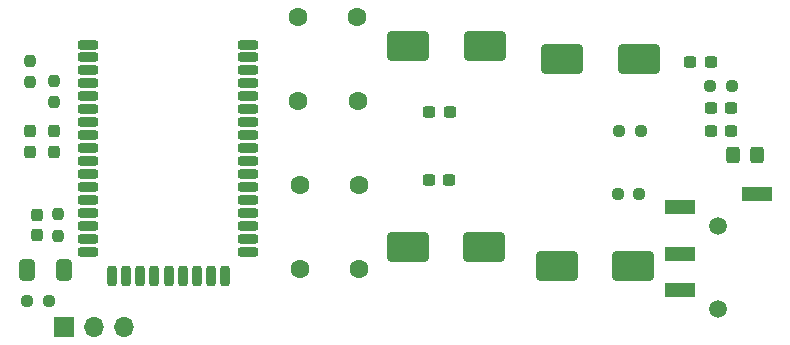
<source format=gts>
G04 #@! TF.GenerationSoftware,KiCad,Pcbnew,6.99.0-unknown-455e330f3b~148~ubuntu20.04.1*
G04 #@! TF.CreationDate,2022-04-23T09:38:12+05:30*
G04 #@! TF.ProjectId,aptx_headset,61707478-5f68-4656-9164-7365742e6b69,rev?*
G04 #@! TF.SameCoordinates,Original*
G04 #@! TF.FileFunction,Soldermask,Top*
G04 #@! TF.FilePolarity,Negative*
%FSLAX46Y46*%
G04 Gerber Fmt 4.6, Leading zero omitted, Abs format (unit mm)*
G04 Created by KiCad (PCBNEW 6.99.0-unknown-455e330f3b~148~ubuntu20.04.1) date 2022-04-23 09:38:12*
%MOMM*%
%LPD*%
G01*
G04 APERTURE LIST*
G04 Aperture macros list*
%AMRoundRect*
0 Rectangle with rounded corners*
0 $1 Rounding radius*
0 $2 $3 $4 $5 $6 $7 $8 $9 X,Y pos of 4 corners*
0 Add a 4 corners polygon primitive as box body*
4,1,4,$2,$3,$4,$5,$6,$7,$8,$9,$2,$3,0*
0 Add four circle primitives for the rounded corners*
1,1,$1+$1,$2,$3*
1,1,$1+$1,$4,$5*
1,1,$1+$1,$6,$7*
1,1,$1+$1,$8,$9*
0 Add four rect primitives between the rounded corners*
20,1,$1+$1,$2,$3,$4,$5,0*
20,1,$1+$1,$4,$5,$6,$7,0*
20,1,$1+$1,$6,$7,$8,$9,0*
20,1,$1+$1,$8,$9,$2,$3,0*%
G04 Aperture macros list end*
%ADD10C,1.500000*%
%ADD11R,2.500000X1.200000*%
%ADD12RoundRect,0.237500X-0.300000X-0.237500X0.300000X-0.237500X0.300000X0.237500X-0.300000X0.237500X0*%
%ADD13RoundRect,0.250000X-0.325000X-0.450000X0.325000X-0.450000X0.325000X0.450000X-0.325000X0.450000X0*%
%ADD14RoundRect,0.250000X-1.500000X-1.000000X1.500000X-1.000000X1.500000X1.000000X-1.500000X1.000000X0*%
%ADD15RoundRect,0.237500X0.237500X-0.250000X0.237500X0.250000X-0.237500X0.250000X-0.237500X-0.250000X0*%
%ADD16RoundRect,0.237500X-0.237500X0.287500X-0.237500X-0.287500X0.237500X-0.287500X0.237500X0.287500X0*%
%ADD17C,1.600000*%
%ADD18RoundRect,0.200000X-0.650000X-0.200000X0.650000X-0.200000X0.650000X0.200000X-0.650000X0.200000X0*%
%ADD19RoundRect,0.200000X0.200000X-0.650000X0.200000X0.650000X-0.200000X0.650000X-0.200000X-0.650000X0*%
%ADD20RoundRect,0.200000X0.650000X0.200000X-0.650000X0.200000X-0.650000X-0.200000X0.650000X-0.200000X0*%
%ADD21RoundRect,0.237500X-0.250000X-0.237500X0.250000X-0.237500X0.250000X0.237500X-0.250000X0.237500X0*%
%ADD22RoundRect,0.237500X0.237500X-0.300000X0.237500X0.300000X-0.237500X0.300000X-0.237500X-0.300000X0*%
%ADD23RoundRect,0.237500X0.300000X0.237500X-0.300000X0.237500X-0.300000X-0.237500X0.300000X-0.237500X0*%
%ADD24RoundRect,0.237500X-0.237500X0.250000X-0.237500X-0.250000X0.237500X-0.250000X0.237500X0.250000X0*%
%ADD25RoundRect,0.250000X-0.412500X-0.650000X0.412500X-0.650000X0.412500X0.650000X-0.412500X0.650000X0*%
%ADD26R,1.700000X1.700000*%
%ADD27O,1.700000X1.700000*%
%ADD28RoundRect,0.237500X0.250000X0.237500X-0.250000X0.237500X-0.250000X-0.237500X0.250000X-0.237500X0*%
G04 APERTURE END LIST*
D10*
X145900000Y-97375000D03*
X145900000Y-90375000D03*
D11*
X142649999Y-92774999D03*
X142649999Y-95774999D03*
X149149999Y-87674999D03*
X142649999Y-88774999D03*
D12*
X121387500Y-86500000D03*
X123112500Y-86500000D03*
D13*
X147125000Y-84400000D03*
X149175000Y-84400000D03*
D14*
X132692500Y-76200000D03*
X139192500Y-76200000D03*
D15*
X89650000Y-79912500D03*
X89650000Y-78087500D03*
D16*
X87600000Y-82325000D03*
X87600000Y-84075000D03*
D12*
X121437500Y-80700000D03*
X123162500Y-80700000D03*
D17*
X110300000Y-72700000D03*
X115300000Y-72700000D03*
D14*
X119650000Y-75150000D03*
X126150000Y-75150000D03*
X132200000Y-93800000D03*
X138700000Y-93800000D03*
D15*
X87600000Y-78212500D03*
X87600000Y-76387500D03*
D18*
X92550000Y-75005000D03*
X92550000Y-76105000D03*
X92550000Y-77205000D03*
X92550000Y-78305000D03*
X92550000Y-79405000D03*
X92550000Y-80505000D03*
X92550000Y-81605000D03*
X92550000Y-82705000D03*
X92550000Y-83805000D03*
X92550000Y-84905000D03*
X92550000Y-86005000D03*
X92550000Y-87105000D03*
X92550000Y-88205000D03*
X92550000Y-89305000D03*
X92550000Y-90405000D03*
X92550000Y-91505000D03*
X92550000Y-92605000D03*
D19*
X94550000Y-94605000D03*
X95750000Y-94605000D03*
X96950000Y-94605000D03*
X98150000Y-94605000D03*
X99350000Y-94605000D03*
X100550000Y-94605000D03*
X101750000Y-94605000D03*
X102950000Y-94605000D03*
X104150000Y-94605000D03*
D20*
X106050000Y-92605000D03*
X106050000Y-91505000D03*
X106050000Y-90405000D03*
X106050000Y-89305000D03*
X106050000Y-88205000D03*
X106050000Y-87105000D03*
X106050000Y-86005000D03*
X106050000Y-84905000D03*
X106050000Y-83805000D03*
X106050000Y-82705000D03*
X106050000Y-81605000D03*
X106050000Y-80505000D03*
X106050000Y-79405000D03*
X106050000Y-78305000D03*
X106050000Y-77205000D03*
X106050000Y-76105000D03*
X106050000Y-75005000D03*
D21*
X145225000Y-78550000D03*
X147050000Y-78550000D03*
D22*
X88250000Y-91162500D03*
X88250000Y-89437500D03*
D17*
X110350000Y-79800000D03*
X115350000Y-79800000D03*
D12*
X143525000Y-76500000D03*
X145250000Y-76500000D03*
D23*
X146962500Y-80400000D03*
X145237500Y-80400000D03*
D24*
X90000000Y-89387500D03*
X90000000Y-91212500D03*
D16*
X89650000Y-82325000D03*
X89650000Y-84075000D03*
D21*
X137387500Y-87700000D03*
X139212500Y-87700000D03*
D12*
X145275000Y-82350000D03*
X147000000Y-82350000D03*
D25*
X87337500Y-94100000D03*
X90462500Y-94100000D03*
D26*
X90499999Y-98899999D03*
D27*
X93039999Y-98899999D03*
X95579999Y-98899999D03*
D28*
X139312500Y-82350000D03*
X137487500Y-82350000D03*
D21*
X87387500Y-96700000D03*
X89212500Y-96700000D03*
D14*
X119600000Y-92150000D03*
X126100000Y-92150000D03*
D17*
X110450000Y-86900000D03*
X115450000Y-86900000D03*
X110500000Y-94050000D03*
X115500000Y-94050000D03*
M02*

</source>
